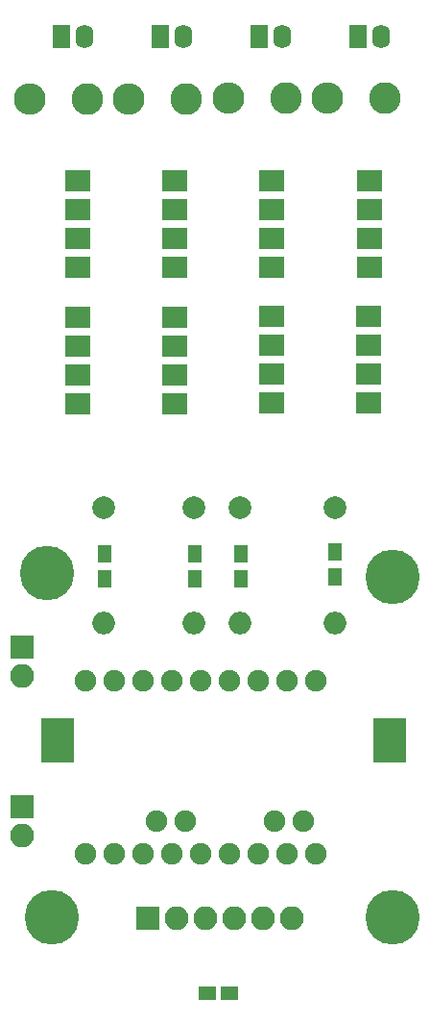
<source format=gbs>
G04 #@! TF.FileFunction,Soldermask,Bot*
%FSLAX46Y46*%
G04 Gerber Fmt 4.6, Leading zero omitted, Abs format (unit mm)*
G04 Created by KiCad (PCBNEW 4.0.7) date 06/26/18 02:25:57*
%MOMM*%
%LPD*%
G01*
G04 APERTURE LIST*
%ADD10C,0.150000*%
%ADD11R,1.600000X1.150000*%
%ADD12C,2.800000*%
%ADD13O,2.800000X2.800000*%
%ADD14C,1.900000*%
%ADD15R,2.100000X2.100000*%
%ADD16O,2.100000X2.100000*%
%ADD17R,1.600000X2.100000*%
%ADD18O,1.600000X2.100000*%
%ADD19R,2.300000X1.850000*%
%ADD20C,2.000000*%
%ADD21O,2.000000X2.000000*%
%ADD22R,1.300000X1.600000*%
%ADD23R,3.000000X4.000000*%
%ADD24C,4.800000*%
G04 APERTURE END LIST*
D10*
D11*
X140371000Y-158369000D03*
X138471000Y-158369000D03*
D12*
X127864000Y-79603600D03*
D13*
X122784000Y-79603600D03*
D12*
X136601000Y-79603600D03*
D13*
X131521000Y-79603600D03*
D12*
X145339000Y-79578200D03*
D13*
X140259000Y-79578200D03*
D12*
X154076000Y-79552800D03*
D13*
X148996000Y-79552800D03*
D14*
X127686000Y-130886000D03*
X130226000Y-130886000D03*
X132766000Y-130886000D03*
X135306000Y-130886000D03*
X137846000Y-130886000D03*
X140386000Y-130886000D03*
X142926000Y-130886000D03*
X145466000Y-130886000D03*
X148006000Y-130886000D03*
X148006000Y-146126000D03*
X145466000Y-146126000D03*
X142926000Y-146126000D03*
X140386000Y-146126000D03*
X137846000Y-146126000D03*
X135306000Y-146126000D03*
X132766000Y-146126000D03*
X130226000Y-146126000D03*
X127686000Y-146126000D03*
X133906000Y-143226000D03*
X136446000Y-143226000D03*
X144336000Y-143226000D03*
X146876000Y-143226000D03*
D15*
X133223000Y-151765000D03*
D16*
X135763000Y-151765000D03*
X138303000Y-151765000D03*
X140843000Y-151765000D03*
X143383000Y-151765000D03*
X145923000Y-151765000D03*
D15*
X122098000Y-127864000D03*
D16*
X122098000Y-130404000D03*
D15*
X122098000Y-141961000D03*
D16*
X122098000Y-144501000D03*
D17*
X125578000Y-74168000D03*
D18*
X127578000Y-74168000D03*
D17*
X134290000Y-74142600D03*
D18*
X136290000Y-74142600D03*
D17*
X143027000Y-74117200D03*
D18*
X145027000Y-74117200D03*
D17*
X151765000Y-74117200D03*
D18*
X153765000Y-74117200D03*
D19*
X126967000Y-94437200D03*
X126967000Y-91897200D03*
X126967000Y-89357200D03*
X126967000Y-86817200D03*
X135567000Y-86817200D03*
X135567000Y-89357200D03*
X135567000Y-91897200D03*
X135567000Y-94437200D03*
X126967000Y-106477000D03*
X126967000Y-103937000D03*
X126967000Y-101397000D03*
X126967000Y-98857000D03*
X135567000Y-98857000D03*
X135567000Y-101397000D03*
X135567000Y-103937000D03*
X135567000Y-106477000D03*
X152712000Y-86817200D03*
X152712000Y-89357200D03*
X152712000Y-91897200D03*
X152712000Y-94437200D03*
X144112000Y-94437200D03*
X144112000Y-91897200D03*
X144112000Y-89357200D03*
X144112000Y-86817200D03*
X152687000Y-98755000D03*
X152687000Y-101295000D03*
X152687000Y-103835000D03*
X152687000Y-106375000D03*
X144087000Y-106375000D03*
X144087000Y-103835000D03*
X144087000Y-101295000D03*
X144087000Y-98755000D03*
D20*
X129286000Y-115595000D03*
D21*
X129286000Y-125755000D03*
D20*
X137236000Y-115621000D03*
D21*
X137236000Y-125781000D03*
D20*
X141351000Y-115595000D03*
D21*
X141351000Y-125755000D03*
D20*
X149733000Y-115595000D03*
D21*
X149733000Y-125755000D03*
D22*
X129337000Y-119652000D03*
X129337000Y-121852000D03*
X137312000Y-121902000D03*
X137312000Y-119702000D03*
X141402000Y-119728000D03*
X141402000Y-121928000D03*
X149708000Y-121699000D03*
X149708000Y-119499000D03*
D23*
X154528000Y-136093000D03*
X125228000Y-136093000D03*
D24*
X124739000Y-151714000D03*
X154737000Y-151714000D03*
X124282000Y-121361000D03*
X154762000Y-121717000D03*
M02*

</source>
